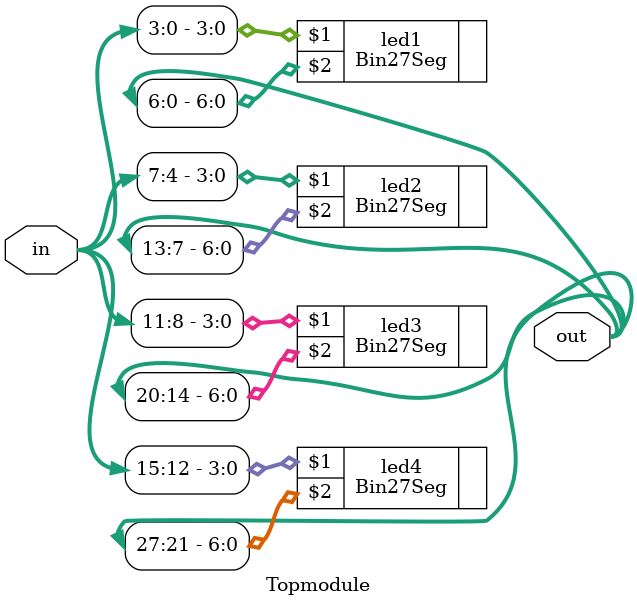
<source format=v>
module Topmodule (
	input wire [15:0] in,
	output wire [27:0] out
	);
	Bin27Seg led1( in[3:0],   out[6:0]   );
	Bin27Seg led2( in[7:4],   out[13:7]  );
	Bin27Seg led3( in[11:8],  out[20:14] );
	Bin27Seg led4( in[15:12], out[27:21] );
endmodule

</source>
